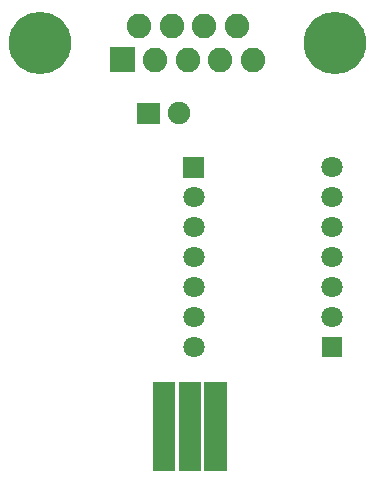
<source format=gbs>
G04 Layer: BottomSolderMaskLayer*
G04 EasyEDA v6.4.14, 2021-02-02T13:22:32--5:00*
G04 91b0255ed1064b2dbadafc5a096163c1,d79a69aa59da4e1fbb9b7d465b79b5da,10*
G04 Gerber Generator version 0.2*
G04 Scale: 100 percent, Rotated: No, Reflected: No *
G04 Dimensions in millimeters *
G04 leading zeros omitted , absolute positions ,4 integer and 5 decimal *
%FSLAX45Y45*%
%MOMM*%

%ADD20R,1.9000X7.5000*%
%ADD41C,2.0828*%
%ADD42C,5.2832*%
%ADD44C,1.9032*%
%ADD45R,1.8032X1.8032*%
%ADD46C,1.8032*%

%LPD*%
G36*
X1242314Y762000D02*
G01*
X1242314Y11988D01*
X1432306Y11988D01*
X1432306Y762000D01*
G37*
G36*
X1461008Y762000D02*
G01*
X1461008Y11988D01*
X1651000Y11988D01*
X1651000Y762000D01*
G37*
G36*
X1676907Y762000D02*
G01*
X1676907Y11988D01*
X1866900Y11988D01*
X1866900Y762000D01*
G37*
G36*
X878839Y3385820D02*
G01*
X878839Y3594100D01*
X1087120Y3594100D01*
X1087120Y3385820D01*
G37*
D41*
G01*
X1259839Y3489960D03*
G01*
X1536700Y3489960D03*
G01*
X1813559Y3489960D03*
G01*
X2090420Y3489960D03*
G01*
X1122679Y3774439D03*
G01*
X1399539Y3774439D03*
G01*
X1673860Y3774439D03*
G01*
X1950720Y3774439D03*
D42*
G01*
X287020Y3632200D03*
G01*
X2786379Y3632200D03*
D20*
G01*
X1771904Y387095D03*
G01*
X1337310Y387095D03*
G36*
X1111250Y2946400D02*
G01*
X1111250Y3124200D01*
X1301750Y3124200D01*
X1301750Y2946400D01*
G37*
D44*
G01*
X1460500Y3035300D03*
G36*
X1497329Y2487929D02*
G01*
X1497329Y2668270D01*
X1677670Y2668270D01*
X1677670Y2487929D01*
G37*
D46*
G01*
X1587500Y2324100D03*
G01*
X1587500Y2070100D03*
G01*
X1587500Y1816100D03*
G01*
X1587500Y1562100D03*
G01*
X1587500Y1308100D03*
G01*
X1587500Y1054100D03*
D45*
G01*
X2755900Y1054100D03*
D46*
G01*
X2755900Y1308100D03*
G01*
X2755900Y1562100D03*
G01*
X2755900Y1816100D03*
G01*
X2755900Y2070100D03*
G01*
X2755900Y2324100D03*
G01*
X2755900Y2578100D03*
M02*

</source>
